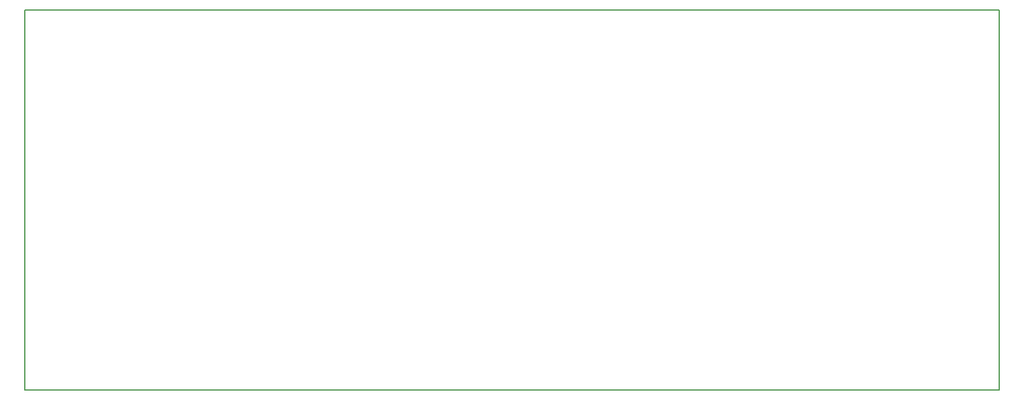
<source format=gbr>
G04 DipTrace 2.4.0.2*
%INBoardOutline.gbr*%
%MOIN*%
%ADD11C,0.0055*%
%FSLAX44Y44*%
G04*
G70*
G90*
G75*
G01*
%LNBoardOutline*%
%LPD*%
X0Y0D2*
D11*
X55000D1*
Y21500D1*
X0D1*
Y0D1*
M02*

</source>
